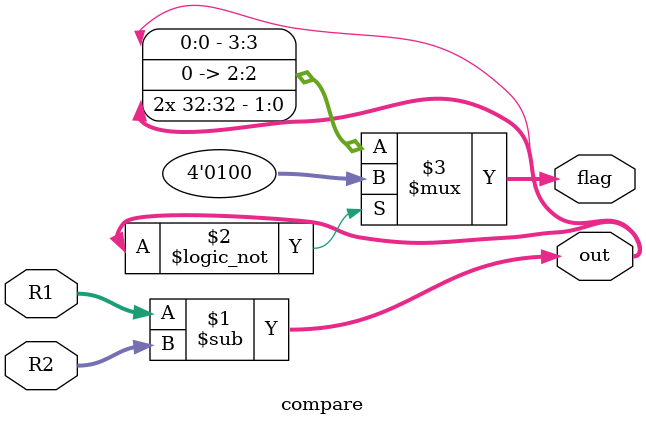
<source format=v>
module compare(R1,R2,out,flag);
input [31:0]R1,R2;
output[3:0]flag;
output[32:0]out;

assign out = R1-R2;
assign flag = (out==0)?4'b0100:{out[0],1'b0,out[32],out[32]};
endmodule
</source>
